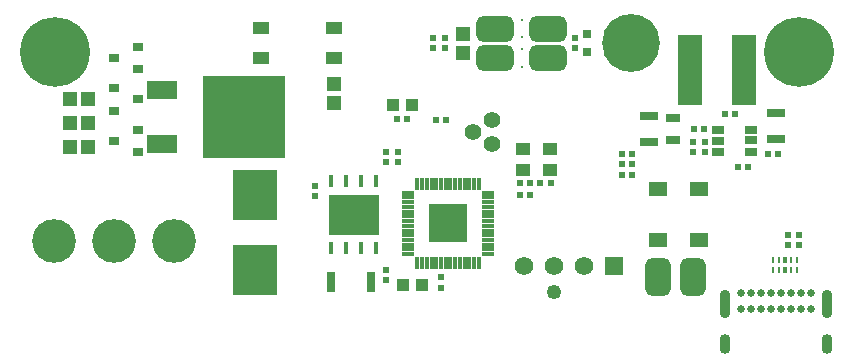
<source format=gts>
G04*
G04 #@! TF.GenerationSoftware,Altium Limited,Altium Designer,25.8.1 (18)*
G04*
G04 Layer_Color=8388736*
%FSLAX44Y44*%
%MOMM*%
G71*
G04*
G04 #@! TF.SameCoordinates,CB7AE753-39BB-4508-A2AF-D9C63A25AC19*
G04*
G04*
G04 #@! TF.FilePolarity,Negative*
G04*
G01*
G75*
%ADD17R,0.6153X0.5725*%
%ADD20R,0.5725X0.6153*%
%ADD24R,1.3000X0.7000*%
G04:AMPARAMS|DCode=25|XSize=1.0611mm|YSize=0.418mm|CornerRadius=0.209mm|HoleSize=0mm|Usage=FLASHONLY|Rotation=90.000|XOffset=0mm|YOffset=0mm|HoleType=Round|Shape=RoundedRectangle|*
%AMROUNDEDRECTD25*
21,1,1.0611,0.0000,0,0,90.0*
21,1,0.6431,0.4180,0,0,90.0*
1,1,0.4180,0.0000,0.3215*
1,1,0.4180,0.0000,-0.3215*
1,1,0.4180,0.0000,-0.3215*
1,1,0.4180,0.0000,0.3215*
%
%ADD25ROUNDEDRECTD25*%
%ADD26R,1.5062X0.7562*%
%ADD28R,1.3000X1.0500*%
%ADD33R,0.8000X1.7000*%
%ADD34R,0.7000X0.6500*%
%ADD35R,1.5200X1.3000*%
%ADD37R,0.4180X1.0611*%
%ADD38R,0.9000X0.8000*%
G04:AMPARAMS|DCode=39|XSize=0.565mm|YSize=0.2mm|CornerRadius=0.05mm|HoleSize=0mm|Usage=FLASHONLY|Rotation=270.000|XOffset=0mm|YOffset=0mm|HoleType=Round|Shape=RoundedRectangle|*
%AMROUNDEDRECTD39*
21,1,0.5650,0.1000,0,0,270.0*
21,1,0.4650,0.2000,0,0,270.0*
1,1,0.1000,-0.0500,-0.2325*
1,1,0.1000,-0.0500,0.2325*
1,1,0.1000,0.0500,0.2325*
1,1,0.1000,0.0500,-0.2325*
%
%ADD39ROUNDEDRECTD39*%
%ADD41R,2.5000X1.5000*%
%ADD42R,7.0000X7.0000*%
%ADD43R,3.8100X4.2418*%
%ADD44R,1.1000X0.7000*%
%ADD45R,2.0032X5.9032*%
%ADD46O,0.4032X1.1032*%
%ADD47R,1.0032X1.0032*%
%ADD48O,1.1032X0.4032*%
%ADD49R,3.3032X3.3032*%
G04:AMPARAMS|DCode=50|XSize=0.565mm|YSize=0.4mm|CornerRadius=0.05mm|HoleSize=0mm|Usage=FLASHONLY|Rotation=270.000|XOffset=0mm|YOffset=0mm|HoleType=Round|Shape=RoundedRectangle|*
%AMROUNDEDRECTD50*
21,1,0.5650,0.3000,0,0,270.0*
21,1,0.4650,0.4000,0,0,270.0*
1,1,0.1000,-0.1500,-0.2325*
1,1,0.1000,-0.1500,0.2325*
1,1,0.1000,0.1500,0.2325*
1,1,0.1000,0.1500,-0.2325*
%
%ADD50ROUNDEDRECTD50*%
G04:AMPARAMS|DCode=51|XSize=3.2032mm|YSize=2.2032mm|CornerRadius=0.6016mm|HoleSize=0mm|Usage=FLASHONLY|Rotation=270.000|XOffset=0mm|YOffset=0mm|HoleType=Round|Shape=RoundedRectangle|*
%AMROUNDEDRECTD51*
21,1,3.2032,1.0000,0,0,270.0*
21,1,2.0000,2.2032,0,0,270.0*
1,1,1.2032,-0.5000,-1.0000*
1,1,1.2032,-0.5000,1.0000*
1,1,1.2032,0.5000,1.0000*
1,1,1.2032,0.5000,-1.0000*
%
%ADD51ROUNDEDRECTD51*%
G04:AMPARAMS|DCode=52|XSize=3.2032mm|YSize=2.2032mm|CornerRadius=0.6016mm|HoleSize=0mm|Usage=FLASHONLY|Rotation=180.000|XOffset=0mm|YOffset=0mm|HoleType=Round|Shape=RoundedRectangle|*
%AMROUNDEDRECTD52*
21,1,3.2032,1.0000,0,0,180.0*
21,1,2.0000,2.2032,0,0,180.0*
1,1,1.2032,-1.0000,0.5000*
1,1,1.2032,1.0000,0.5000*
1,1,1.2032,1.0000,-0.5000*
1,1,1.2032,-1.0000,-0.5000*
%
%ADD52ROUNDEDRECTD52*%
%ADD53R,1.2032X1.1532*%
%ADD54R,1.3532X1.1032*%
%ADD55R,4.3500X3.4500*%
%ADD56C,1.4032*%
%ADD57R,1.1532X1.2032*%
%ADD58C,0.6500*%
%ADD59R,1.5700X1.5700*%
%ADD60C,1.5700*%
%ADD61R,0.2032X0.2032*%
%ADD62C,3.7032*%
%ADD63C,1.2500*%
%ADD64C,4.9032*%
%ADD65C,5.9032*%
G04:AMPARAMS|DCode=66|XSize=0.9mm|YSize=1.7mm|CornerRadius=0.45mm|HoleSize=0mm|Usage=FLASHONLY|Rotation=0.000|XOffset=0mm|YOffset=0mm|HoleType=Round|Shape=RoundedRectangle|*
%AMROUNDEDRECTD66*
21,1,0.9000,0.8000,0,0,0.0*
21,1,0.0000,1.7000,0,0,0.0*
1,1,0.9000,0.0000,-0.4000*
1,1,0.9000,0.0000,-0.4000*
1,1,0.9000,0.0000,0.4000*
1,1,0.9000,0.0000,0.4000*
%
%ADD66ROUNDEDRECTD66*%
G04:AMPARAMS|DCode=67|XSize=0.9mm|YSize=2.4mm|CornerRadius=0.45mm|HoleSize=0mm|Usage=FLASHONLY|Rotation=0.000|XOffset=0mm|YOffset=0mm|HoleType=Round|Shape=RoundedRectangle|*
%AMROUNDEDRECTD67*
21,1,0.9000,1.5000,0,0,0.0*
21,1,0.0000,2.4000,0,0,0.0*
1,1,0.9000,0.0000,-0.7500*
1,1,0.9000,0.0000,-0.7500*
1,1,0.9000,0.0000,0.7500*
1,1,0.9000,0.0000,0.7500*
%
%ADD67ROUNDEDRECTD67*%
D17*
X260536Y162500D02*
D03*
X251964D02*
D03*
X15536Y157500D02*
D03*
X225714Y150000D02*
D03*
X-25536Y158750D02*
D03*
X-16964D02*
D03*
X173036Y120000D02*
D03*
X288214Y128750D02*
D03*
X104286Y104000D02*
D03*
X78214D02*
D03*
X234286Y150000D02*
D03*
X173036Y128750D02*
D03*
X6964Y157500D02*
D03*
X173036Y111250D02*
D03*
X164464D02*
D03*
X271786Y117500D02*
D03*
X263214D02*
D03*
X164464Y128750D02*
D03*
Y120000D02*
D03*
X296786Y128750D02*
D03*
X95714Y104000D02*
D03*
X78214Y94000D02*
D03*
X86786Y104000D02*
D03*
X86786Y94000D02*
D03*
D20*
X11250Y15714D02*
D03*
Y24286D02*
D03*
X225000Y139286D02*
D03*
X-95000Y101786D02*
D03*
X125000Y226786D02*
D03*
Y218214D02*
D03*
X15000Y226786D02*
D03*
X-95000Y93214D02*
D03*
X5000Y226786D02*
D03*
X235000Y139286D02*
D03*
X305000Y60536D02*
D03*
X315000D02*
D03*
X15000Y218214D02*
D03*
X5000D02*
D03*
X315000Y51964D02*
D03*
X305000D02*
D03*
X-35000Y30536D02*
D03*
Y21964D02*
D03*
X235000Y130714D02*
D03*
X225000Y130714D02*
D03*
X-35000Y121964D02*
D03*
X-25000D02*
D03*
Y130536D02*
D03*
X-35000D02*
D03*
D24*
X207500Y159500D02*
D03*
Y140500D02*
D03*
D25*
X-81550Y105755D02*
D03*
X-43450Y49245D02*
D03*
X-56150D02*
D03*
X-43450Y105755D02*
D03*
X-56150D02*
D03*
X-68850D02*
D03*
Y49245D02*
D03*
D26*
X187500Y161000D02*
D03*
Y139000D02*
D03*
X295000Y163500D02*
D03*
Y141500D02*
D03*
D28*
X81000Y132750D02*
D03*
X104000Y115250D02*
D03*
Y132750D02*
D03*
X81000Y115250D02*
D03*
D33*
X-82000Y20000D02*
D03*
X-48000D02*
D03*
D34*
X135000Y230250D02*
D03*
Y214750D02*
D03*
D35*
X230000Y99100D02*
D03*
X195000D02*
D03*
X230000Y55900D02*
D03*
X195000D02*
D03*
D37*
X-81550Y49245D02*
D03*
D38*
X-265000Y140000D02*
D03*
X-245000Y149500D02*
D03*
Y130500D02*
D03*
X-265000Y184500D02*
D03*
Y165500D02*
D03*
X-245000Y175000D02*
D03*
Y219500D02*
D03*
Y200500D02*
D03*
X-265000Y210000D02*
D03*
D39*
X312500Y39175D02*
D03*
X307500D02*
D03*
X297500D02*
D03*
X292500D02*
D03*
Y30825D02*
D03*
X297500D02*
D03*
X307500D02*
D03*
X312500D02*
D03*
D41*
X-224500Y183000D02*
D03*
Y137000D02*
D03*
D42*
X-155500Y160000D02*
D03*
D43*
X-146250Y94377D02*
D03*
Y30623D02*
D03*
D44*
X274000Y149500D02*
D03*
X246000D02*
D03*
Y140000D02*
D03*
X273889Y140624D02*
D03*
X246000Y130500D02*
D03*
X274000D02*
D03*
D45*
X268000Y200000D02*
D03*
X222000D02*
D03*
D46*
X11500Y36250D02*
D03*
X-8500D02*
D03*
X27500D02*
D03*
Y103750D02*
D03*
X-8500D02*
D03*
X3500D02*
D03*
X-4500Y36250D02*
D03*
X-500D02*
D03*
X3500D02*
D03*
X7500D02*
D03*
X15500D02*
D03*
X19500D02*
D03*
X23500D02*
D03*
X31500D02*
D03*
X35500D02*
D03*
X39500D02*
D03*
X43500D02*
D03*
Y103750D02*
D03*
X39500D02*
D03*
X35500D02*
D03*
X31500D02*
D03*
X23500D02*
D03*
X19500D02*
D03*
X15500D02*
D03*
X11500D02*
D03*
X7500D02*
D03*
X-500D02*
D03*
X-4500D02*
D03*
D47*
X-4500Y18000D02*
D03*
X-29250Y170000D02*
D03*
X-13250D02*
D03*
X-20500Y18000D02*
D03*
D48*
X51250Y72000D02*
D03*
X-16250Y96000D02*
D03*
Y92000D02*
D03*
Y76000D02*
D03*
Y72000D02*
D03*
X51250Y60000D02*
D03*
Y44000D02*
D03*
Y48000D02*
D03*
Y52000D02*
D03*
Y56000D02*
D03*
Y64000D02*
D03*
Y68000D02*
D03*
Y76000D02*
D03*
Y80000D02*
D03*
Y84000D02*
D03*
Y88000D02*
D03*
Y92000D02*
D03*
Y96000D02*
D03*
X-16250Y88000D02*
D03*
Y84000D02*
D03*
Y80000D02*
D03*
Y68000D02*
D03*
Y64000D02*
D03*
Y60000D02*
D03*
Y56000D02*
D03*
Y52000D02*
D03*
Y48000D02*
D03*
Y44000D02*
D03*
D49*
X17500Y70000D02*
D03*
D50*
X302500Y39175D02*
D03*
Y30825D02*
D03*
D51*
X225000Y25000D02*
D03*
X195000D02*
D03*
D52*
X57500Y235000D02*
D03*
X102500Y235000D02*
D03*
Y210000D02*
D03*
X57500Y210000D02*
D03*
D53*
X30000Y230500D02*
D03*
Y214500D02*
D03*
X-78750Y172000D02*
D03*
Y188000D02*
D03*
D54*
X-78750Y235200D02*
D03*
X-141250D02*
D03*
X-78750Y209800D02*
D03*
X-141250D02*
D03*
D55*
X-62500Y77500D02*
D03*
D56*
X38750Y147500D02*
D03*
X55000Y157500D02*
D03*
Y137500D02*
D03*
D57*
X-303000Y175000D02*
D03*
X-287000D02*
D03*
X-303000Y155000D02*
D03*
X-287000D02*
D03*
X-303000Y135000D02*
D03*
X-287000D02*
D03*
D58*
X324750Y11250D02*
D03*
Y-2250D02*
D03*
X265250Y11250D02*
D03*
Y-2250D02*
D03*
X273750Y11250D02*
D03*
X282250D02*
D03*
X290750D02*
D03*
X299250D02*
D03*
X307750D02*
D03*
X316250D02*
D03*
Y-2250D02*
D03*
X307750D02*
D03*
X299250D02*
D03*
X290750D02*
D03*
X282250D02*
D03*
X273750D02*
D03*
D59*
X158100Y33700D02*
D03*
D60*
X132700D02*
D03*
X107300D02*
D03*
X81900D02*
D03*
D61*
X80000Y202500D02*
D03*
Y242500D02*
D03*
Y217500D02*
D03*
Y227500D02*
D03*
D62*
X-214200Y55000D02*
D03*
X-265000D02*
D03*
X-315800D02*
D03*
D63*
X107300Y12100D02*
D03*
D64*
X172500Y222500D02*
D03*
D65*
X315000Y215000D02*
D03*
X-315000D02*
D03*
D66*
X251750Y-32350D02*
D03*
X338250D02*
D03*
D67*
X251750Y1450D02*
D03*
X338250D02*
D03*
M02*

</source>
